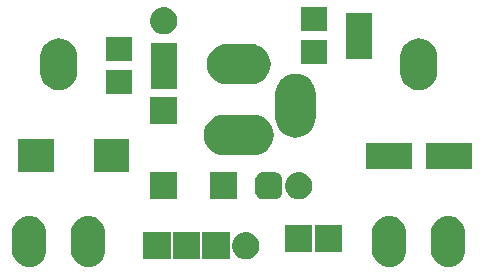
<source format=gbr>
G04 #@! TF.GenerationSoftware,KiCad,Pcbnew,5.1.6-c6e7f7d~87~ubuntu19.10.1*
G04 #@! TF.CreationDate,2022-07-30T15:18:02+06:00*
G04 #@! TF.ProjectId,1590N1_connector_board_r1b,31353930-4e31-45f6-936f-6e6e6563746f,1B*
G04 #@! TF.SameCoordinates,Original*
G04 #@! TF.FileFunction,Soldermask,Top*
G04 #@! TF.FilePolarity,Negative*
%FSLAX46Y46*%
G04 Gerber Fmt 4.6, Leading zero omitted, Abs format (unit mm)*
G04 Created by KiCad (PCBNEW 5.1.6-c6e7f7d~87~ubuntu19.10.1) date 2022-07-30 15:18:02*
%MOMM*%
%LPD*%
G01*
G04 APERTURE LIST*
%ADD10C,0.100000*%
G04 APERTURE END LIST*
D10*
G36*
X118434249Y-155625981D02*
G01*
X118570912Y-155667438D01*
X118707576Y-155708894D01*
X118959472Y-155843534D01*
X119180265Y-156024735D01*
X119361466Y-156245527D01*
X119496106Y-156497423D01*
X119579019Y-156770751D01*
X119600000Y-156983774D01*
X119600000Y-158526226D01*
X119579019Y-158739249D01*
X119496106Y-159012577D01*
X119361466Y-159264473D01*
X119180265Y-159485265D01*
X118959473Y-159666466D01*
X118707577Y-159801106D01*
X118570913Y-159842563D01*
X118434250Y-159884019D01*
X118150000Y-159912015D01*
X117865751Y-159884019D01*
X117729088Y-159842563D01*
X117592424Y-159801106D01*
X117340528Y-159666466D01*
X117119736Y-159485265D01*
X116938535Y-159264473D01*
X116803895Y-159012577D01*
X116720981Y-158739249D01*
X116700000Y-158526226D01*
X116700000Y-156983775D01*
X116720981Y-156770752D01*
X116720982Y-156770750D01*
X116803894Y-156497425D01*
X116803894Y-156497424D01*
X116938534Y-156245528D01*
X117119735Y-156024735D01*
X117340527Y-155843534D01*
X117592423Y-155708894D01*
X117729087Y-155667437D01*
X117865750Y-155625981D01*
X118150000Y-155597985D01*
X118434249Y-155625981D01*
G37*
G36*
X123434249Y-155625981D02*
G01*
X123570912Y-155667438D01*
X123707576Y-155708894D01*
X123959472Y-155843534D01*
X124180265Y-156024735D01*
X124361466Y-156245527D01*
X124496106Y-156497423D01*
X124579019Y-156770751D01*
X124600000Y-156983774D01*
X124600000Y-158526226D01*
X124579019Y-158739249D01*
X124496106Y-159012577D01*
X124361466Y-159264473D01*
X124180265Y-159485265D01*
X123959473Y-159666466D01*
X123707577Y-159801106D01*
X123570913Y-159842563D01*
X123434250Y-159884019D01*
X123150000Y-159912015D01*
X122865751Y-159884019D01*
X122729088Y-159842563D01*
X122592424Y-159801106D01*
X122340528Y-159666466D01*
X122119736Y-159485265D01*
X121938535Y-159264473D01*
X121803895Y-159012577D01*
X121720981Y-158739249D01*
X121700000Y-158526226D01*
X121700000Y-156983775D01*
X121720981Y-156770752D01*
X121720982Y-156770750D01*
X121803894Y-156497425D01*
X121803894Y-156497424D01*
X121938534Y-156245528D01*
X122119735Y-156024735D01*
X122340527Y-155843534D01*
X122592423Y-155708894D01*
X122729087Y-155667437D01*
X122865750Y-155625981D01*
X123150000Y-155597985D01*
X123434249Y-155625981D01*
G37*
G36*
X87954249Y-155625981D02*
G01*
X88090912Y-155667438D01*
X88227576Y-155708894D01*
X88479472Y-155843534D01*
X88700265Y-156024735D01*
X88881466Y-156245527D01*
X89016106Y-156497423D01*
X89099019Y-156770751D01*
X89120000Y-156983774D01*
X89120000Y-158526226D01*
X89099019Y-158739249D01*
X89016106Y-159012577D01*
X88881466Y-159264473D01*
X88700265Y-159485265D01*
X88479473Y-159666466D01*
X88227577Y-159801106D01*
X88090913Y-159842563D01*
X87954250Y-159884019D01*
X87670000Y-159912015D01*
X87385751Y-159884019D01*
X87249088Y-159842563D01*
X87112424Y-159801106D01*
X86860528Y-159666466D01*
X86639736Y-159485265D01*
X86458535Y-159264473D01*
X86323895Y-159012577D01*
X86240981Y-158739249D01*
X86220000Y-158526226D01*
X86220000Y-156983775D01*
X86240981Y-156770752D01*
X86240982Y-156770750D01*
X86323894Y-156497425D01*
X86323894Y-156497424D01*
X86458534Y-156245528D01*
X86639735Y-156024735D01*
X86860527Y-155843534D01*
X87112423Y-155708894D01*
X87249087Y-155667437D01*
X87385750Y-155625981D01*
X87670000Y-155597985D01*
X87954249Y-155625981D01*
G37*
G36*
X92954249Y-155625981D02*
G01*
X93090912Y-155667438D01*
X93227576Y-155708894D01*
X93479472Y-155843534D01*
X93700265Y-156024735D01*
X93881466Y-156245527D01*
X94016106Y-156497423D01*
X94099019Y-156770751D01*
X94120000Y-156983774D01*
X94120000Y-158526226D01*
X94099019Y-158739249D01*
X94016106Y-159012577D01*
X93881466Y-159264473D01*
X93700265Y-159485265D01*
X93479473Y-159666466D01*
X93227577Y-159801106D01*
X93090913Y-159842563D01*
X92954250Y-159884019D01*
X92670000Y-159912015D01*
X92385751Y-159884019D01*
X92249088Y-159842563D01*
X92112424Y-159801106D01*
X91860528Y-159666466D01*
X91639736Y-159485265D01*
X91458535Y-159264473D01*
X91323895Y-159012577D01*
X91240981Y-158739249D01*
X91220000Y-158526226D01*
X91220000Y-156983775D01*
X91240981Y-156770752D01*
X91240982Y-156770750D01*
X91323894Y-156497425D01*
X91323894Y-156497424D01*
X91458534Y-156245528D01*
X91639735Y-156024735D01*
X91860527Y-155843534D01*
X92112423Y-155708894D01*
X92249087Y-155667437D01*
X92385750Y-155625981D01*
X92670000Y-155597985D01*
X92954249Y-155625981D01*
G37*
G36*
X102135000Y-159265000D02*
G01*
X99835000Y-159265000D01*
X99835000Y-156965000D01*
X102135000Y-156965000D01*
X102135000Y-159265000D01*
G37*
G36*
X99635000Y-159265000D02*
G01*
X97335000Y-159265000D01*
X97335000Y-156965000D01*
X99635000Y-156965000D01*
X99635000Y-159265000D01*
G37*
G36*
X106209354Y-156987097D02*
G01*
X106320443Y-157009194D01*
X106443039Y-157059976D01*
X106529728Y-157095883D01*
X106718081Y-157221736D01*
X106878264Y-157381919D01*
X107004117Y-157570272D01*
X107040024Y-157656961D01*
X107090806Y-157779557D01*
X107135000Y-158001735D01*
X107135000Y-158228265D01*
X107090806Y-158450443D01*
X107059415Y-158526226D01*
X107004117Y-158659728D01*
X106878264Y-158848081D01*
X106718081Y-159008264D01*
X106529728Y-159134117D01*
X106443039Y-159170024D01*
X106320443Y-159220806D01*
X106209354Y-159242903D01*
X106098267Y-159265000D01*
X105871733Y-159265000D01*
X105760646Y-159242903D01*
X105649557Y-159220806D01*
X105526961Y-159170024D01*
X105440272Y-159134117D01*
X105251919Y-159008264D01*
X105091736Y-158848081D01*
X104965883Y-158659728D01*
X104910585Y-158526226D01*
X104879194Y-158450443D01*
X104835000Y-158228265D01*
X104835000Y-158001735D01*
X104879194Y-157779557D01*
X104929976Y-157656961D01*
X104965883Y-157570272D01*
X105091736Y-157381919D01*
X105251919Y-157221736D01*
X105440272Y-157095883D01*
X105526961Y-157059976D01*
X105649557Y-157009194D01*
X105760646Y-156987097D01*
X105871733Y-156965000D01*
X106098267Y-156965000D01*
X106209354Y-156987097D01*
G37*
G36*
X104635000Y-159265000D02*
G01*
X102335000Y-159265000D01*
X102335000Y-156965000D01*
X104635000Y-156965000D01*
X104635000Y-159265000D01*
G37*
G36*
X111640000Y-158630000D02*
G01*
X109340000Y-158630000D01*
X109340000Y-156330000D01*
X111640000Y-156330000D01*
X111640000Y-158630000D01*
G37*
G36*
X114180000Y-158630000D02*
G01*
X111880000Y-158630000D01*
X111880000Y-156330000D01*
X114180000Y-156330000D01*
X114180000Y-158630000D01*
G37*
G36*
X100210000Y-154185000D02*
G01*
X97910000Y-154185000D01*
X97910000Y-151885000D01*
X100210000Y-151885000D01*
X100210000Y-154185000D01*
G37*
G36*
X105290000Y-154185000D02*
G01*
X102990000Y-154185000D01*
X102990000Y-151885000D01*
X105290000Y-151885000D01*
X105290000Y-154185000D01*
G37*
G36*
X108560663Y-151898111D02*
G01*
X108686307Y-151936225D01*
X108802096Y-151998115D01*
X108903590Y-152081410D01*
X108986885Y-152182904D01*
X109048775Y-152298693D01*
X109086889Y-152424337D01*
X109100000Y-152557454D01*
X109100000Y-153512546D01*
X109086889Y-153645663D01*
X109048775Y-153771307D01*
X108986885Y-153887096D01*
X108903590Y-153988590D01*
X108802096Y-154071885D01*
X108686307Y-154133775D01*
X108560663Y-154171889D01*
X108427546Y-154185000D01*
X107472454Y-154185000D01*
X107339337Y-154171889D01*
X107213693Y-154133775D01*
X107097904Y-154071885D01*
X106996410Y-153988590D01*
X106913115Y-153887096D01*
X106851225Y-153771307D01*
X106813111Y-153645663D01*
X106800000Y-153512546D01*
X106800000Y-152557454D01*
X106813111Y-152424337D01*
X106851225Y-152298693D01*
X106913115Y-152182904D01*
X106996410Y-152081410D01*
X107097904Y-151998115D01*
X107213693Y-151936225D01*
X107339337Y-151898111D01*
X107472454Y-151885000D01*
X108427546Y-151885000D01*
X108560663Y-151898111D01*
G37*
G36*
X110714354Y-151907097D02*
G01*
X110825443Y-151929194D01*
X110948039Y-151979976D01*
X111034728Y-152015883D01*
X111223081Y-152141736D01*
X111383264Y-152301919D01*
X111509117Y-152490272D01*
X111544212Y-152575000D01*
X111595806Y-152699557D01*
X111640000Y-152921735D01*
X111640000Y-153148265D01*
X111595806Y-153370443D01*
X111545024Y-153493039D01*
X111509117Y-153579728D01*
X111383264Y-153768081D01*
X111223081Y-153928264D01*
X111034728Y-154054117D01*
X110948039Y-154090024D01*
X110825443Y-154140806D01*
X110714354Y-154162903D01*
X110603267Y-154185000D01*
X110376733Y-154185000D01*
X110265646Y-154162903D01*
X110154557Y-154140806D01*
X110031961Y-154090024D01*
X109945272Y-154054117D01*
X109756919Y-153928264D01*
X109596736Y-153768081D01*
X109470883Y-153579728D01*
X109434976Y-153493039D01*
X109384194Y-153370443D01*
X109340000Y-153148265D01*
X109340000Y-152921735D01*
X109384194Y-152699557D01*
X109435788Y-152575000D01*
X109470883Y-152490272D01*
X109596736Y-152301919D01*
X109756919Y-152141736D01*
X109945272Y-152015883D01*
X110031961Y-151979976D01*
X110154557Y-151929194D01*
X110265646Y-151907097D01*
X110376733Y-151885000D01*
X110603267Y-151885000D01*
X110714354Y-151907097D01*
G37*
G36*
X89740000Y-151895000D02*
G01*
X86740000Y-151895000D01*
X86740000Y-149095000D01*
X89740000Y-149095000D01*
X89740000Y-151895000D01*
G37*
G36*
X96140000Y-151895000D02*
G01*
X93140000Y-151895000D01*
X93140000Y-149095000D01*
X96140000Y-149095000D01*
X96140000Y-151895000D01*
G37*
G36*
X125140000Y-151595000D02*
G01*
X121240000Y-151595000D01*
X121240000Y-149395000D01*
X125140000Y-149395000D01*
X125140000Y-151595000D01*
G37*
G36*
X120060000Y-151595000D02*
G01*
X116160000Y-151595000D01*
X116160000Y-149395000D01*
X120060000Y-149395000D01*
X120060000Y-151595000D01*
G37*
G36*
X106993258Y-147079597D02*
G01*
X107313711Y-147176806D01*
X107609036Y-147334661D01*
X107609037Y-147334662D01*
X107609039Y-147334663D01*
X107613731Y-147338514D01*
X107867897Y-147547103D01*
X108080339Y-147805964D01*
X108238194Y-148101289D01*
X108335403Y-148421742D01*
X108368225Y-148755000D01*
X108335403Y-149088258D01*
X108238194Y-149408711D01*
X108080339Y-149704036D01*
X108080337Y-149704039D01*
X107867897Y-149962897D01*
X107609039Y-150175337D01*
X107609037Y-150175338D01*
X107609036Y-150175339D01*
X107313711Y-150333194D01*
X106993258Y-150430403D01*
X106743514Y-150455000D01*
X104076486Y-150455000D01*
X103826742Y-150430403D01*
X103506289Y-150333194D01*
X103210964Y-150175339D01*
X103210963Y-150175338D01*
X103210961Y-150175337D01*
X102952103Y-149962897D01*
X102739663Y-149704039D01*
X102739661Y-149704036D01*
X102581806Y-149408711D01*
X102484597Y-149088258D01*
X102451775Y-148755000D01*
X102484597Y-148421742D01*
X102581806Y-148101289D01*
X102739661Y-147805964D01*
X102952103Y-147547103D01*
X103206269Y-147338514D01*
X103210961Y-147334663D01*
X103210963Y-147334662D01*
X103210964Y-147334661D01*
X103506289Y-147176806D01*
X103826742Y-147079597D01*
X104076486Y-147055000D01*
X106743514Y-147055000D01*
X106993258Y-147079597D01*
G37*
G36*
X110543257Y-143579597D02*
G01*
X110863710Y-143676806D01*
X111159036Y-143834661D01*
X111159038Y-143834663D01*
X111417897Y-144047103D01*
X111630337Y-144305961D01*
X111630338Y-144305963D01*
X111630339Y-144305964D01*
X111788194Y-144601289D01*
X111885403Y-144921742D01*
X111910000Y-145171486D01*
X111910000Y-147338514D01*
X111885403Y-147588258D01*
X111788194Y-147908711D01*
X111630339Y-148204036D01*
X111630337Y-148204039D01*
X111417897Y-148462897D01*
X111159039Y-148675337D01*
X111159037Y-148675338D01*
X111159036Y-148675339D01*
X110863711Y-148833194D01*
X110543258Y-148930403D01*
X110210000Y-148963225D01*
X109876743Y-148930403D01*
X109556290Y-148833194D01*
X109260965Y-148675339D01*
X109260964Y-148675338D01*
X109260962Y-148675337D01*
X109002104Y-148462897D01*
X108789664Y-148204039D01*
X108789662Y-148204036D01*
X108631807Y-147908711D01*
X108534598Y-147588258D01*
X108510001Y-147338514D01*
X108510000Y-145171487D01*
X108534597Y-144921743D01*
X108631806Y-144601290D01*
X108789661Y-144305964D01*
X109002103Y-144047103D01*
X109104708Y-143962897D01*
X109260961Y-143834663D01*
X109260963Y-143834662D01*
X109260964Y-143834661D01*
X109556289Y-143676806D01*
X109876742Y-143579597D01*
X110210000Y-143546775D01*
X110543257Y-143579597D01*
G37*
G36*
X100210000Y-147835000D02*
G01*
X97910000Y-147835000D01*
X97910000Y-145535000D01*
X100210000Y-145535000D01*
X100210000Y-147835000D01*
G37*
G36*
X96350000Y-145275000D02*
G01*
X94150000Y-145275000D01*
X94150000Y-143275000D01*
X96350000Y-143275000D01*
X96350000Y-145275000D01*
G37*
G36*
X120953852Y-140577427D02*
G01*
X121246029Y-140666059D01*
X121515297Y-140809985D01*
X121751318Y-141003682D01*
X121945015Y-141239702D01*
X122088941Y-141508970D01*
X122177573Y-141801147D01*
X122200000Y-142028857D01*
X122200000Y-143481143D01*
X122177573Y-143708853D01*
X122088941Y-144001030D01*
X121945015Y-144270298D01*
X121751318Y-144506318D01*
X121515298Y-144700015D01*
X121246030Y-144843941D01*
X120953853Y-144932573D01*
X120650000Y-144962499D01*
X120346148Y-144932573D01*
X120053971Y-144843941D01*
X119784703Y-144700015D01*
X119548683Y-144506318D01*
X119354986Y-144270298D01*
X119211060Y-144001030D01*
X119211059Y-144001029D01*
X119160592Y-143834663D01*
X119122427Y-143708853D01*
X119100000Y-143481143D01*
X119100000Y-142028858D01*
X119122427Y-141801148D01*
X119211059Y-141508971D01*
X119354985Y-141239703D01*
X119548682Y-141003682D01*
X119784702Y-140809985D01*
X120053970Y-140666059D01*
X120346147Y-140577427D01*
X120650000Y-140547501D01*
X120953852Y-140577427D01*
G37*
G36*
X90473852Y-140577427D02*
G01*
X90766029Y-140666059D01*
X91035297Y-140809985D01*
X91271318Y-141003682D01*
X91465015Y-141239702D01*
X91608941Y-141508970D01*
X91697573Y-141801147D01*
X91720000Y-142028857D01*
X91720000Y-143481143D01*
X91697573Y-143708853D01*
X91608941Y-144001030D01*
X91465015Y-144270298D01*
X91271318Y-144506318D01*
X91035298Y-144700015D01*
X90766030Y-144843941D01*
X90473853Y-144932573D01*
X90170000Y-144962499D01*
X89866148Y-144932573D01*
X89573971Y-144843941D01*
X89304703Y-144700015D01*
X89068683Y-144506318D01*
X88874986Y-144270298D01*
X88731060Y-144001030D01*
X88731059Y-144001029D01*
X88680592Y-143834663D01*
X88642427Y-143708853D01*
X88620000Y-143481143D01*
X88620000Y-142028858D01*
X88642427Y-141801148D01*
X88731059Y-141508971D01*
X88874985Y-141239703D01*
X89068682Y-141003682D01*
X89304702Y-140809985D01*
X89573970Y-140666059D01*
X89866147Y-140577427D01*
X90170000Y-140547501D01*
X90473852Y-140577427D01*
G37*
G36*
X100160000Y-144825000D02*
G01*
X97960000Y-144825000D01*
X97960000Y-140925000D01*
X100160000Y-140925000D01*
X100160000Y-144825000D01*
G37*
G36*
X106743258Y-141079597D02*
G01*
X107063711Y-141176806D01*
X107359036Y-141334661D01*
X107359037Y-141334662D01*
X107359039Y-141334663D01*
X107571432Y-141508970D01*
X107617897Y-141547103D01*
X107830339Y-141805964D01*
X107988194Y-142101289D01*
X108085403Y-142421742D01*
X108118225Y-142755000D01*
X108085403Y-143088258D01*
X107988194Y-143408711D01*
X107830339Y-143704036D01*
X107830337Y-143704039D01*
X107617897Y-143962897D01*
X107359039Y-144175337D01*
X107359037Y-144175338D01*
X107359036Y-144175339D01*
X107063711Y-144333194D01*
X106743258Y-144430403D01*
X106493514Y-144455000D01*
X104326486Y-144455000D01*
X104076742Y-144430403D01*
X103756289Y-144333194D01*
X103460964Y-144175339D01*
X103460963Y-144175338D01*
X103460961Y-144175337D01*
X103202103Y-143962897D01*
X102989663Y-143704039D01*
X102989661Y-143704036D01*
X102831806Y-143408711D01*
X102734597Y-143088258D01*
X102701775Y-142755000D01*
X102734597Y-142421742D01*
X102831806Y-142101289D01*
X102989661Y-141805964D01*
X103202103Y-141547103D01*
X103248568Y-141508970D01*
X103460961Y-141334663D01*
X103460963Y-141334662D01*
X103460964Y-141334661D01*
X103756289Y-141176806D01*
X104076742Y-141079597D01*
X104326486Y-141055000D01*
X106493514Y-141055000D01*
X106743258Y-141079597D01*
G37*
G36*
X112860000Y-142735000D02*
G01*
X110660000Y-142735000D01*
X110660000Y-140735000D01*
X112860000Y-140735000D01*
X112860000Y-142735000D01*
G37*
G36*
X96350000Y-142475000D02*
G01*
X94150000Y-142475000D01*
X94150000Y-140475000D01*
X96350000Y-140475000D01*
X96350000Y-142475000D01*
G37*
G36*
X116670000Y-142285000D02*
G01*
X114470000Y-142285000D01*
X114470000Y-138385000D01*
X116670000Y-138385000D01*
X116670000Y-142285000D01*
G37*
G36*
X99273812Y-137935000D02*
G01*
X99395443Y-137959194D01*
X99518039Y-138009976D01*
X99604728Y-138045883D01*
X99793081Y-138171736D01*
X99953264Y-138331919D01*
X100079117Y-138520272D01*
X100115024Y-138606961D01*
X100165806Y-138729557D01*
X100210000Y-138951735D01*
X100210000Y-139178265D01*
X100165806Y-139400443D01*
X100115024Y-139523039D01*
X100079117Y-139609728D01*
X99953264Y-139798081D01*
X99793081Y-139958264D01*
X99604728Y-140084117D01*
X99518039Y-140120024D01*
X99395443Y-140170806D01*
X99284354Y-140192903D01*
X99173267Y-140215000D01*
X98946733Y-140215000D01*
X98835646Y-140192903D01*
X98724557Y-140170806D01*
X98601961Y-140120024D01*
X98515272Y-140084117D01*
X98326919Y-139958264D01*
X98166736Y-139798081D01*
X98040883Y-139609728D01*
X98004976Y-139523039D01*
X97954194Y-139400443D01*
X97910000Y-139178265D01*
X97910000Y-138951735D01*
X97954194Y-138729557D01*
X98004976Y-138606961D01*
X98040883Y-138520272D01*
X98166736Y-138331919D01*
X98326919Y-138171736D01*
X98515272Y-138045883D01*
X98601961Y-138009976D01*
X98724557Y-137959194D01*
X98846188Y-137935000D01*
X98946733Y-137915000D01*
X99173267Y-137915000D01*
X99273812Y-137935000D01*
G37*
G36*
X112860000Y-139935000D02*
G01*
X110660000Y-139935000D01*
X110660000Y-137935000D01*
X112860000Y-137935000D01*
X112860000Y-139935000D01*
G37*
M02*

</source>
